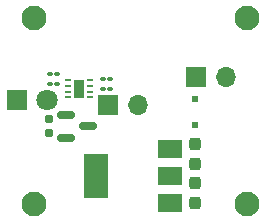
<source format=gbr>
%TF.GenerationSoftware,KiCad,Pcbnew,(6.0.2)*%
%TF.CreationDate,2022-05-16T06:01:07+03:00*%
%TF.ProjectId,FLIM_detector,464c494d-5f64-4657-9465-63746f722e6b,rev?*%
%TF.SameCoordinates,Original*%
%TF.FileFunction,Soldermask,Top*%
%TF.FilePolarity,Negative*%
%FSLAX46Y46*%
G04 Gerber Fmt 4.6, Leading zero omitted, Abs format (unit mm)*
G04 Created by KiCad (PCBNEW (6.0.2)) date 2022-05-16 06:01:07*
%MOMM*%
%LPD*%
G01*
G04 APERTURE LIST*
G04 Aperture macros list*
%AMRoundRect*
0 Rectangle with rounded corners*
0 $1 Rounding radius*
0 $2 $3 $4 $5 $6 $7 $8 $9 X,Y pos of 4 corners*
0 Add a 4 corners polygon primitive as box body*
4,1,4,$2,$3,$4,$5,$6,$7,$8,$9,$2,$3,0*
0 Add four circle primitives for the rounded corners*
1,1,$1+$1,$2,$3*
1,1,$1+$1,$4,$5*
1,1,$1+$1,$6,$7*
1,1,$1+$1,$8,$9*
0 Add four rect primitives between the rounded corners*
20,1,$1+$1,$2,$3,$4,$5,0*
20,1,$1+$1,$4,$5,$6,$7,0*
20,1,$1+$1,$6,$7,$8,$9,0*
20,1,$1+$1,$8,$9,$2,$3,0*%
G04 Aperture macros list end*
%ADD10RoundRect,0.100000X-0.130000X-0.100000X0.130000X-0.100000X0.130000X0.100000X-0.130000X0.100000X0*%
%ADD11RoundRect,0.237500X0.237500X-0.300000X0.237500X0.300000X-0.237500X0.300000X-0.237500X-0.300000X0*%
%ADD12R,0.500000X0.250000*%
%ADD13R,0.900000X1.600000*%
%ADD14RoundRect,0.100000X0.130000X0.100000X-0.130000X0.100000X-0.130000X-0.100000X0.130000X-0.100000X0*%
%ADD15C,2.100000*%
%ADD16R,1.700000X1.700000*%
%ADD17O,1.700000X1.700000*%
%ADD18R,0.500000X0.500000*%
%ADD19R,2.000000X1.500000*%
%ADD20R,2.000000X3.800000*%
%ADD21RoundRect,0.150000X-0.587500X-0.150000X0.587500X-0.150000X0.587500X0.150000X-0.587500X0.150000X0*%
%ADD22RoundRect,0.160000X-0.160000X0.197500X-0.160000X-0.197500X0.160000X-0.197500X0.160000X0.197500X0*%
%ADD23R,1.800000X1.800000*%
%ADD24C,1.800000*%
G04 APERTURE END LIST*
D10*
%TO.C,R1*%
X249480000Y-43400000D03*
X250120000Y-43400000D03*
%TD*%
D11*
%TO.C,C4*%
X261800000Y-50200000D03*
X261800000Y-48475000D03*
%TD*%
D12*
%TO.C,U2*%
X251050000Y-43050000D03*
X251050000Y-43550000D03*
X251050000Y-44050000D03*
X251050000Y-44550000D03*
X252950000Y-44550000D03*
X252950000Y-44050000D03*
X252950000Y-43550000D03*
X252950000Y-43050000D03*
D13*
X252000000Y-43800000D03*
%TD*%
D14*
%TO.C,C3*%
X254640000Y-43800000D03*
X254000000Y-43800000D03*
%TD*%
D11*
%TO.C,C5*%
X261800000Y-53525000D03*
X261800000Y-51800000D03*
%TD*%
D10*
%TO.C,C1*%
X249480000Y-42600000D03*
X250120000Y-42600000D03*
%TD*%
D15*
%TO.C,REF\u002A\u002A*%
X248200000Y-37800000D03*
%TD*%
D16*
%TO.C,J1*%
X261875000Y-42800000D03*
D17*
X264415000Y-42800000D03*
%TD*%
D15*
%TO.C,REF\u002A\u002A*%
X266200000Y-53600000D03*
%TD*%
D18*
%TO.C,D1*%
X261800000Y-46900000D03*
X261800000Y-44700000D03*
%TD*%
D19*
%TO.C,U1*%
X259700000Y-53500000D03*
D20*
X253400000Y-51200000D03*
D19*
X259700000Y-51200000D03*
X259700000Y-48900000D03*
%TD*%
D14*
%TO.C,C2*%
X254640000Y-43000000D03*
X254000000Y-43000000D03*
%TD*%
D15*
%TO.C,REF\u002A\u002A*%
X248200000Y-53600000D03*
%TD*%
D21*
%TO.C,U3*%
X250862500Y-46050000D03*
X250862500Y-47950000D03*
X252737500Y-47000000D03*
%TD*%
D22*
%TO.C,R2*%
X249400000Y-46402500D03*
X249400000Y-47597500D03*
%TD*%
D15*
%TO.C,REF\u002A\u002A*%
X266200000Y-37800000D03*
%TD*%
D23*
%TO.C,D2*%
X246725000Y-44800000D03*
D24*
X249265000Y-44800000D03*
%TD*%
D16*
%TO.C,J2*%
X254400000Y-45200000D03*
D17*
X256940000Y-45200000D03*
%TD*%
M02*

</source>
